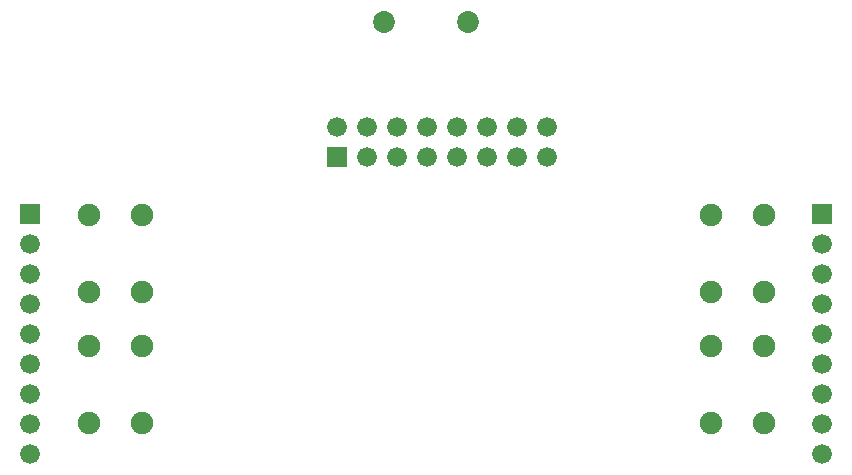
<source format=gbr>
G04 start of page 8 for group -4062 idx -4062 *
G04 Title: (unknown), soldermask *
G04 Creator: pcb 20110918 *
G04 CreationDate: Tue 28 Jun 2016 03:12:46 AM GMT UTC *
G04 For: railfan *
G04 Format: Gerber/RS-274X *
G04 PCB-Dimensions: 275000 250000 *
G04 PCB-Coordinate-Origin: lower left *
%MOIN*%
%FSLAX25Y25*%
%LNBOTTOMMASK*%
%ADD49C,0.0750*%
%ADD48C,0.0730*%
%ADD47C,0.0660*%
%ADD46C,0.0001*%
G54D46*G36*
X104450Y107800D02*Y101200D01*
X111050D01*
Y107800D01*
X104450D01*
G37*
G54D47*X117750Y104500D03*
X127750D03*
X137750D03*
X147750D03*
X157750D03*
X167750D03*
X177750D03*
X107750Y114500D03*
X117750D03*
G54D48*X123450Y149500D03*
X151550D03*
G54D47*X127750Y114500D03*
X137750D03*
X147750D03*
X157750D03*
X167750D03*
X177750D03*
X5500Y55500D03*
Y45500D03*
Y35500D03*
Y25500D03*
G54D46*G36*
X2200Y88800D02*Y82200D01*
X8800D01*
Y88800D01*
X2200D01*
G37*
G54D47*X5500Y75500D03*
Y65500D03*
G54D49*X25000Y85090D03*
X42716D03*
G54D47*X5500Y15500D03*
Y5500D03*
G54D49*X25000Y15910D03*
X42716D03*
X25000Y41500D03*
X42716D03*
X25000Y59500D03*
X42716D03*
G54D46*G36*
X266200Y88800D02*Y82200D01*
X272800D01*
Y88800D01*
X266200D01*
G37*
G54D47*X269500Y75500D03*
Y65500D03*
G54D49*X232284Y85090D03*
X250000D03*
G54D47*X269500Y55500D03*
G54D49*X232284Y59500D03*
X250000D03*
G54D47*X269500Y45500D03*
G54D49*X232284Y41500D03*
X250000D03*
G54D47*X269500Y35500D03*
Y25500D03*
Y15500D03*
Y5500D03*
G54D49*X232284Y15910D03*
X250000D03*
M02*

</source>
